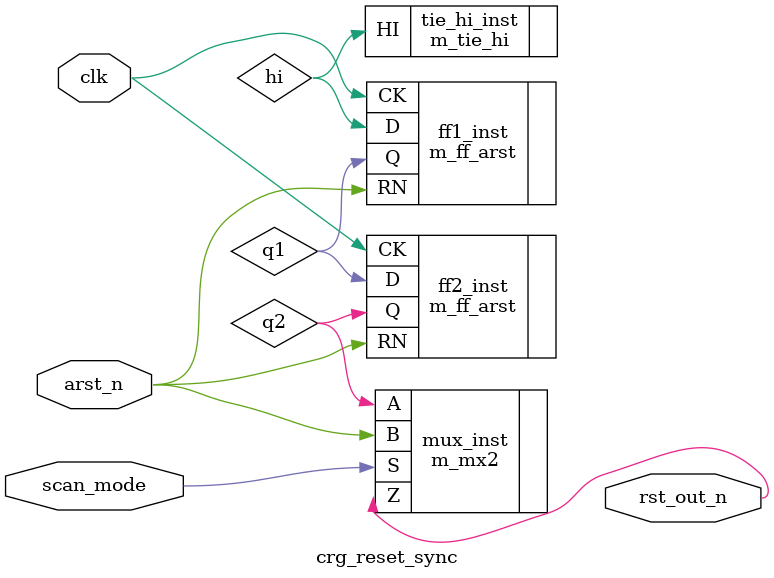
<source format=v>
module crg_reset_sync (arst_n, clk, scan_mode, rst_out_n);
input  arst_n;
input  clk;
input  scan_mode;
output rst_out_n;

wire   hi, q1, q2;

m_tie_hi  tie_hi_inst (.HI(hi));
m_ff_arst ff1_inst (.CK(clk), .D(hi), .RN(arst_n), .Q(q1));
m_ff_arst ff2_inst (.CK(clk), .D(q1), .RN(arst_n), .Q(q2));
m_mx2     mux_inst (.A(q2), .B(arst_n), .S(scan_mode), .Z(rst_out_n));

endmodule // crg_reset_sync

</source>
